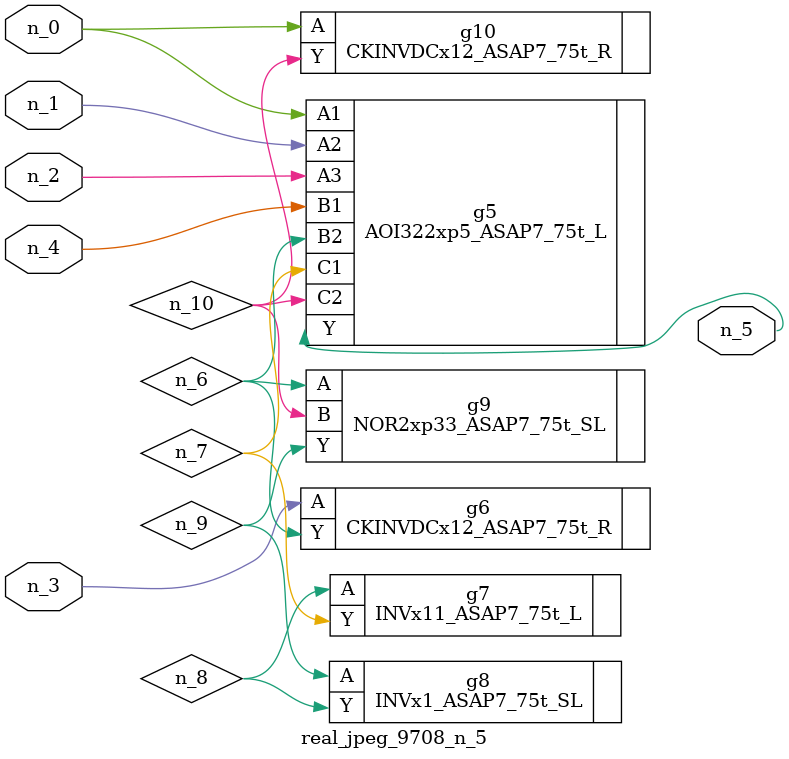
<source format=v>
module real_jpeg_9708_n_5 (n_4, n_0, n_1, n_2, n_3, n_5);

input n_4;
input n_0;
input n_1;
input n_2;
input n_3;

output n_5;

wire n_8;
wire n_6;
wire n_7;
wire n_10;
wire n_9;

AOI322xp5_ASAP7_75t_L g5 ( 
.A1(n_0),
.A2(n_1),
.A3(n_2),
.B1(n_4),
.B2(n_6),
.C1(n_7),
.C2(n_10),
.Y(n_5)
);

CKINVDCx12_ASAP7_75t_R g10 ( 
.A(n_0),
.Y(n_10)
);

CKINVDCx12_ASAP7_75t_R g6 ( 
.A(n_3),
.Y(n_6)
);

NOR2xp33_ASAP7_75t_SL g9 ( 
.A(n_6),
.B(n_10),
.Y(n_9)
);

INVx11_ASAP7_75t_L g7 ( 
.A(n_8),
.Y(n_7)
);

INVx1_ASAP7_75t_SL g8 ( 
.A(n_9),
.Y(n_8)
);


endmodule
</source>
